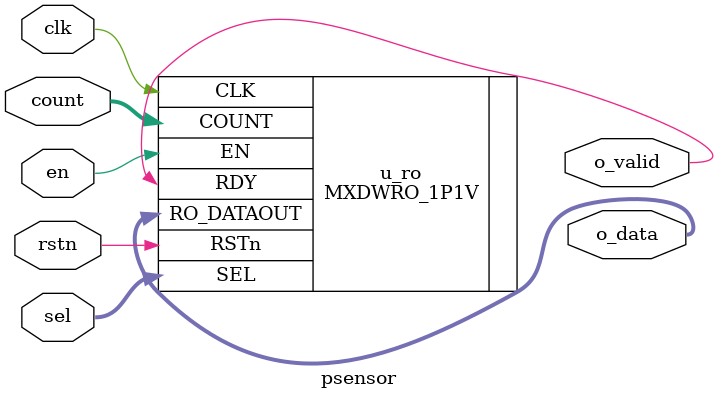
<source format=sv>
`include "DEFINE.svh"
module psensor (
    input          clk,
    input          rstn,
    input          en,
    input   [ 3:0] sel,
    input   [ 9:0] count,
    output         o_valid,
    output  [15:0] o_data
);

    `ifdef BEHAVIOR
        reg o_valid_w, o_valid_r;
        assign o_data = 16'hff;
        assign o_valid = o_valid_r;
        reg [ 9:0] cnt_w, cnt_r;
        reg    current_state, next_state;
        reg en_d0, en_d1;

        always @(*) begin
            cnt_w = cnt_r;
            case (current_state)
                0: cnt_w = 0;
                1: cnt_w = (cnt_r < count) ? cnt_r + 1 : 0;
            endcase
        end
        always @(posedge clk or negedge rstn) begin
            if (~rstn) begin
                cnt_r <= 0;
            end else begin
                cnt_r <= cnt_w;
            end
        end

        always @(posedge clk or negedge rstn) begin
            if (~rstn) begin
                current_state <= 0;
            end else begin
                current_state <= next_state;
            end
        end

        always @(posedge clk or negedge rstn) begin
            if(~rstn)begin
                o_valid_r <= 0;
            end else begin
                o_valid_r <= o_valid_w;
            end
        end

        // two ff sync
        always @(posedge clk or negedge rstn) begin
            if (~rstn) begin
                en_d0 <= 0;
                en_d1 <= 0;
            end else begin
                en_d0 <= en;
                en_d1 <= en_d0;
            end
        end

        always @(*) begin
            next_state = current_state;
            case (current_state)
                0: begin
                    if (en_d1) next_state = 1;
                    else next_state = current_state;
                end
                1: begin
                    if (cnt_r >= count) next_state = 0;
                    else next_state = current_state;
                end
            endcase
        end

        always @(*) begin
            o_valid_w = o_valid_r;
            case (current_state)
                0: begin
                    o_valid_w = (en_d1)? 0 : o_valid_r;
                end
                1: begin
                    o_valid_w = (cnt_r == count);
                end
            endcase
        end
    `else
        MXDWRO_1P1V u_ro (
            .CLK        (clk),
            .RSTn       (rstn),
            .EN         (en),
            .SEL        (sel),
            .COUNT      (count),
            .RDY        (o_valid),
            .RO_DATAOUT (o_data)
        );
    `endif
endmodule
</source>
